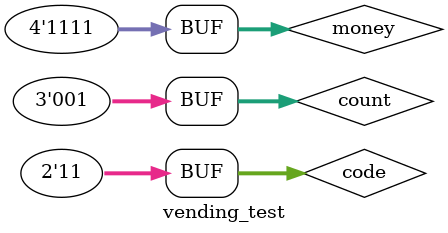
<source format=v>
`timescale 1ns / 1ps

module vending_test;

	// Inputs
	reg [1:0] code;
	reg [2:0] count;
	reg [3:0] money;

	// Outputs
	wire posibility;
	wire [3:0] remaining;

	// Instantiate the Unit Under Test (UUT)
	vendingmachine uut (
		.code(code), 
		.count(count), 
		.money(money), 
		.posibility(posibility), 
		.remaining(remaining)
	);

	initial begin
		// Initialize Inputs
		code = 0;
		count = 0;
		money = 0;

		// Wait 100 ns for global reset to finish
		#100;
        
		// Add stimulus here
		
		#100;
		
		code = 0;
		count = 1;
		money = 15;

		#100;
		
		code = 1;
		count = 1;
		money = 15;

		#100;
		
		code = 2;
		count = 1;
		money = 15;
		
		#100;
		
		code = 3;
		count = 1;
		money = 15;
		
	end
      
endmodule


</source>
